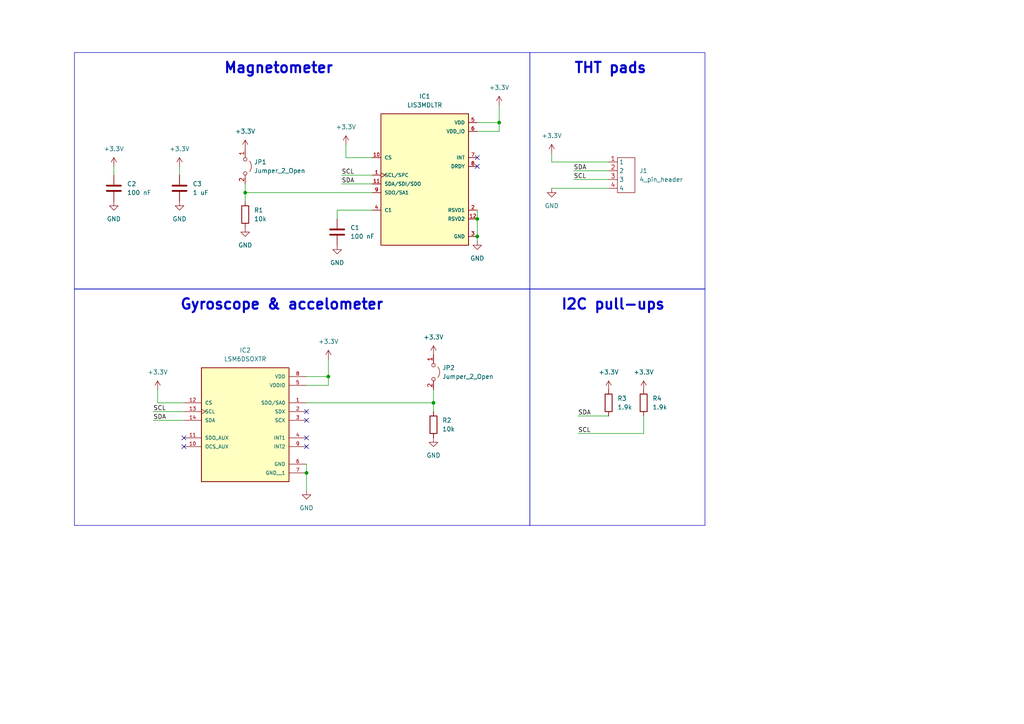
<source format=kicad_sch>
(kicad_sch (version 20230121) (generator eeschema)
  (paper "A4")
  (lib_symbols
    (symbol "Device:C" (pin_numbers hide) (pin_names (offset 0.254))
      (property "Reference" "C" (at 0.635 2.54 0))
      (property "Value" "C" (at 0.635 -2.54 0))
      (symbol "C_0_1"
        (polyline (pts (xy -2.032 -0.762) (xy 2.032 -0.762)) (stroke (width 0.508)))
        (polyline (pts (xy -2.032 0.762) (xy 2.032 0.762)) (stroke (width 0.508)))
      )
      (symbol "C_1_1"
        (pin passive line (at 0 3.81 270) (length 2.794) (name "~") (number "1"))
        (pin passive line (at 0 -3.81 90) (length 2.794) (name "~") (number "2"))
      )
    )
    (symbol "Device:R" (pin_numbers hide) (pin_names (offset 0))
      (property "Reference" "R" (at 2.032 0 90))
      (property "Value" "R" (at 0 0 90))
      (symbol "R_0_1"
        (rectangle (start -1.016 -2.54) (end 1.016 2.54) (stroke (width 0.254)))
      )
      (symbol "R_1_1"
        (pin passive line (at 0 3.81 270) (length 1.27) (name "~") (number "1"))
        (pin passive line (at 0 -3.81 90) (length 1.27) (name "~") (number "2"))
      )
    )
    (symbol "Jumper:Jumper_2_Open" (pin_names (offset 0) hide)
      (property "Reference" "JP" (at 0 2.794 0))
      (property "Value" "Jumper_2_Open" (at 0 -2.286 0))
      (symbol "Jumper_2_Open_0_0"
        (circle (center -2.032 0) (radius 0.508))
        (circle (center 2.032 0) (radius 0.508))
      )
      (symbol "Jumper_2_Open_0_1"
        (arc (start 1.524 1.27) (mid 0 1.778) (end -1.524 1.27))
      )
      (symbol "Jumper_2_Open_1_1"
        (pin passive line (at -5.08 0 0) (length 2.54) (name "A") (number "1"))
        (pin passive line (at 5.08 0 180) (length 2.54) (name "B") (number "2"))
      )
    )
    (symbol "MasterThesis_library:4_pin_header"
      (property "Reference" "J" (at 0 2.54 0))
      (property "Value" "4_pin_header" (at 8.89 1.27 0))
      (symbol "4_pin_header_0_1"
        (rectangle (start 2.54 0) (end 7.62 -10.16))
      )
      (symbol "4_pin_header_1_1"
        (pin bidirectional line (at 0 -1.27 0) (length 2.54) (name "1") (number "1"))
        (pin bidirectional line (at 0 -3.81 0) (length 2.54) (name "2") (number "2"))
        (pin bidirectional line (at 0 -6.35 0) (length 2.54) (name "3") (number "3"))
        (pin bidirectional line (at 0 -8.89 0) (length 2.54) (name "4") (number "4"))
      )
    )
    (symbol "MasterThesis_library:LIS3MDLTR" (pin_names (offset 1.016))
      (property "Reference" "IC" (at -12.7065 18.2947 0))
      (property "Value" "LIS3MDLTR" (at -12.7188 -22.8826 0))
      (symbol "LIS3MDLTR_0_0"
        (rectangle (start -12.7 -20.32) (end 12.7 17.78) (stroke (width 0.254)) (fill (type background)))
        (pin input clock (at -15.24 0 0) (length 2.54) (name "SCL/SPC") (number "1"))
        (pin input line (at -15.24 5.08 0) (length 2.54) (name "CS") (number "10"))
        (pin bidirectional line (at -15.24 -2.54 0) (length 2.54) (name "SDA/SDI/SDO") (number "11"))
        (pin passive line (at 15.24 -12.7 180) (length 2.54) (name "RSVD2") (number "12"))
        (pin passive line (at 15.24 -10.16 180) (length 2.54) (name "RSVD1") (number "2"))
        (pin power_in line (at 15.24 -17.78 180) (length 2.54) (name "GND") (number "3"))
        (pin passive line (at -15.24 -10.16 0) (length 2.54) (name "C1") (number "4"))
        (pin power_in line (at 15.24 15.24 180) (length 2.54) (name "VDD") (number "5"))
        (pin power_in line (at 15.24 12.7 180) (length 2.54) (name "VDD_IO") (number "6"))
        (pin output line (at 15.24 5.08 180) (length 2.54) (name "INT") (number "7"))
        (pin output line (at 15.24 2.54 180) (length 2.54) (name "DRDY") (number "8"))
        (pin bidirectional line (at -15.24 -5.08 0) (length 2.54) (name "SDO/SA1") (number "9"))
      )
    )
    (symbol "MasterThesis_library:LSM6DSOXTR" (pin_names (offset 1.016))
      (property "Reference" "IC" (at -12.7 16.002 0))
      (property "Value" "LSM6DSOXTR" (at -12.7 -20.32 0))
      (symbol "LSM6DSOXTR_0_0"
        (rectangle (start -12.7 -17.78) (end 12.7 15.24) (stroke (width 0.254)) (fill (type background)))
        (pin bidirectional line (at 17.78 5.08 180) (length 5.08) (name "SDO/SA0") (number "1"))
        (pin bidirectional line (at -17.78 -7.62 0) (length 5.08) (name "OCS_AUX") (number "10"))
        (pin bidirectional line (at -17.78 -5.08 0) (length 5.08) (name "SDO_AUX") (number "11"))
        (pin input line (at -17.78 5.08 0) (length 5.08) (name "CS") (number "12"))
        (pin input clock (at -17.78 2.54 0) (length 5.08) (name "SCL") (number "13"))
        (pin bidirectional line (at -17.78 0 0) (length 5.08) (name "SDA") (number "14"))
        (pin bidirectional line (at 17.78 2.54 180) (length 5.08) (name "SDX") (number "2"))
        (pin bidirectional line (at 17.78 0 180) (length 5.08) (name "SCX") (number "3"))
        (pin output line (at 17.78 -5.08 180) (length 5.08) (name "INT1") (number "4"))
        (pin power_in line (at 17.78 10.16 180) (length 5.08) (name "VDDIO") (number "5"))
        (pin power_in line (at 17.78 -12.7 180) (length 5.08) (name "GND") (number "6"))
        (pin power_in line (at 17.78 -15.24 180) (length 5.08) (name "GND__1") (number "7"))
        (pin power_in line (at 17.78 12.7 180) (length 5.08) (name "VDD") (number "8"))
        (pin output line (at 17.78 -7.62 180) (length 5.08) (name "INT2") (number "9"))
      )
    )
    (symbol "power:+3.3V" (power) (pin_names (offset 0))
      (property "Value" "+3.3V" (at 0 3.556 0))
      (symbol "+3.3V_0_1"
        (polyline (pts (xy -0.762 1.27) (xy 0 2.54)))
        (polyline (pts (xy 0 0) (xy 0 2.54)))
        (polyline (pts (xy 0 2.54) (xy 0.762 1.27)))
      )
      (symbol "+3.3V_1_1"
        (pin power_in line (at 0 0 90) (length 0) hide (name "+3.3V") (number "1"))
      )
    )
    (symbol "power:GND" (power) (pin_names (offset 0))
      (property "Value" "GND" (at 0 -3.81 0))
      (symbol "GND_0_1"
        (polyline (pts (xy 0 0) (xy 0 -1.27) (xy 1.27 -1.27) (xy 0 -2.54) (xy -1.27 -1.27) (xy 0 -1.27)))
      )
      (symbol "GND_1_1"
        (pin power_in line (at 0 0 270) (length 0) hide (name "GND") (number "1"))
      )
    )
  )
  (junction (at 95.25 109.22))
  (junction (at 138.43 68.58))
  (junction (at 71.12 55.88))
  (junction (at 88.9 137.16))
  (junction (at 125.73 116.84))
  (junction (at 138.43 63.5))
  (junction (at 144.78 35.56))
  (no_connect (at 88.9 119.38))
  (no_connect (at 88.9 129.54))
  (no_connect (at 138.43 48.26))
  (no_connect (at 88.9 121.92))
  (no_connect (at 53.34 127))
  (no_connect (at 138.43 45.72))
  (no_connect (at 88.9 127))
  (no_connect (at 53.34 129.54))
  (wire (pts (xy 186.69 125.73) (xy 186.69 120.65)))
  (wire (pts (xy 95.25 109.22) (xy 95.25 111.76)))
  (wire (pts (xy 95.25 109.22) (xy 88.9 109.22)))
  (wire (pts (xy 71.12 53.34) (xy 71.12 55.88)))
  (wire (pts (xy 144.78 35.56) (xy 138.43 35.56)))
  (wire (pts (xy 71.12 58.42) (xy 71.12 55.88)))
  (wire (pts (xy 33.02 50.8) (xy 33.02 48.26)))
  (wire (pts (xy 138.43 60.96) (xy 138.43 63.5)))
  (wire (pts (xy 144.78 35.56) (xy 144.78 38.1)))
  (wire (pts (xy 166.37 49.53) (xy 176.53 49.53)))
  (wire (pts (xy 176.53 46.99) (xy 160.02 46.99)))
  (wire (pts (xy 125.73 113.03) (xy 125.73 116.84)))
  (wire (pts (xy 71.12 55.88) (xy 107.95 55.88)))
  (wire (pts (xy 100.33 45.72) (xy 107.95 45.72)))
  (wire (pts (xy 125.73 116.84) (xy 88.9 116.84)))
  (wire (pts (xy 44.45 119.38) (xy 53.34 119.38)))
  (wire (pts (xy 100.33 41.91) (xy 100.33 45.72)))
  (wire (pts (xy 88.9 134.62) (xy 88.9 137.16)))
  (wire (pts (xy 167.64 125.73) (xy 186.69 125.73)))
  (wire (pts (xy 138.43 69.85) (xy 138.43 68.58)))
  (wire (pts (xy 166.37 52.07) (xy 176.53 52.07)))
  (wire (pts (xy 99.06 53.34) (xy 107.95 53.34)))
  (wire (pts (xy 167.64 120.65) (xy 176.53 120.65)))
  (wire (pts (xy 160.02 44.45) (xy 160.02 46.99)))
  (wire (pts (xy 52.07 50.8) (xy 52.07 48.26)))
  (wire (pts (xy 160.02 54.61) (xy 176.53 54.61)))
  (wire (pts (xy 88.9 137.16) (xy 88.9 142.24)))
  (wire (pts (xy 95.25 104.14) (xy 95.25 109.22)))
  (wire (pts (xy 45.72 113.03) (xy 45.72 116.84)))
  (wire (pts (xy 138.43 38.1) (xy 144.78 38.1)))
  (wire (pts (xy 125.73 119.38) (xy 125.73 116.84)))
  (wire (pts (xy 44.45 121.92) (xy 53.34 121.92)))
  (wire (pts (xy 144.78 30.48) (xy 144.78 35.56)))
  (wire (pts (xy 97.79 63.5) (xy 97.79 60.96)))
  (wire (pts (xy 138.43 63.5) (xy 138.43 68.58)))
  (wire (pts (xy 99.06 50.8) (xy 107.95 50.8)))
  (wire (pts (xy 97.79 60.96) (xy 107.95 60.96)))
  (wire (pts (xy 88.9 111.76) (xy 95.25 111.76)))
  (wire (pts (xy 45.72 116.84) (xy 53.34 116.84)))
  (rectangle (start 153.67 83.82) (end 204.47 152.4))
  (rectangle (start 21.59 83.82) (end 153.67 152.4))
  (rectangle (start 153.67 15.24) (end 204.47 83.82))
  (rectangle (start 21.59 15.24) (end 153.67 83.82))
  (text "THT pads" (at 166.37 21.59 0) (effects (font (size 3 3) (thickness 0.6) bold) (justify left bottom)))
  (text "I2C pull-ups" (at 162.56 90.17 0) (effects (font (size 3 3) (thickness 0.6) bold) (justify left bottom)))
  (text "Gyroscope & accelometer" (at 52.07 90.17 0) (effects (font (size 3 3) (thickness 0.6) bold) (justify left bottom)))
  (text "Magnetometer" (at 64.77 21.59 0) (effects (font (size 3 3) (thickness 0.6) bold) (justify left bottom)))
  (label "SDA" (at 167.64 120.65 0))
  (label "SDA" (at 166.37 49.53 0))
  (label "SCL" (at 167.64 125.73 0))
  (label "SDA" (at 99.06 53.34 0))
  (label "SCL" (at 44.45 119.38 0))
  (label "SDA" (at 44.45 121.92 0))
  (label "SCL" (at 99.06 50.8 0))
  (label "SCL" (at 166.37 52.07 0))
  (symbol (lib_id "power:+3.3V") (at 160.02 44.45 0) (unit 1)
    (property "Reference" "#PWR02" (effects hide))
    (property "Value" "+3.3V" (at 160.02 39.37 0))
  )
  (symbol (lib_id "power:GND") (at 97.79 71.12 0) (unit 1)
    (property "Reference" "#PWR011" (effects hide))
    (property "Value" "GND" (at 97.79 76.2 0))
  )
  (symbol (lib_id "power:+3.3V") (at 71.12 43.18 0) (unit 1)
    (property "Reference" "#PWR04" (effects hide))
    (property "Value" "+3.3V" (at 71.12 38.1 0))
  )
  (symbol (lib_id "power:GND") (at 138.43 69.85 0) (unit 1)
    (property "Reference" "#PWR06" (effects hide))
    (property "Value" "GND" (at 138.43 74.93 0))
  )
  (symbol (lib_id "Jumper:Jumper_2_Open") (at 125.73 107.95 270) (unit 1)
    (property "Reference" "JP2" (at 128.27 106.68 90) (effects (justify left)))
    (property "Value" "Jumper_2_Open" (at 128.27 109.22 90) (effects (justify left)))
    (property "Footprint" "Jumper:SolderJumper-2_P1.3mm_Open_Pad1.0x1.5mm" (effects hide))
  )
  (symbol (lib_id "power:+3.3V") (at 125.73 102.87 0) (unit 1)
    (property "Reference" "#PWR07" (effects hide))
    (property "Value" "+3.3V" (at 125.73 97.79 0))
  )
  (symbol (lib_id "power:GND") (at 71.12 66.04 0) (unit 1)
    (property "Reference" "#PWR05" (effects hide))
    (property "Value" "GND" (at 71.12 71.12 0))
  )
  (symbol (lib_id "Device:C") (at 97.79 67.31 0) (unit 1)
    (property "Reference" "C1" (at 101.6 66.04 0) (effects (justify left)))
    (property "Value" "100 nF" (at 101.6 68.58 0) (effects (justify left)))
    (property "Footprint" "Capacitor_SMD:C_0402_1005Metric_Pad0.74x0.62mm_HandSolder" (effects hide))
    (property "LCSC" "C60474" (effects hide))
  )
  (symbol (lib_id "power:+3.3V") (at 95.25 104.14 0) (unit 1)
    (property "Reference" "#PWR08" (effects hide))
    (property "Value" "+3.3V" (at 95.25 99.06 0))
  )
  (symbol (lib_id "MasterThesis_library:4_pin_header") (at 176.53 45.72 0) (unit 1)
    (property "Reference" "J1" (at 185.42 49.53 0) (effects (justify left)))
    (property "Value" "4_pin_header" (at 185.42 52.07 0) (effects (justify left)))
    (property "Footprint" "MasterThesis_library:4 pin header" (effects hide))
  )
  (symbol (lib_id "power:GND") (at 160.02 54.61 0) (unit 1)
    (property "Reference" "#PWR03" (effects hide))
    (property "Value" "GND" (at 160.02 59.69 0))
  )
  (symbol (lib_id "power:+3.3V") (at 144.78 30.48 0) (unit 1)
    (property "Reference" "#PWR01" (effects hide))
    (property "Value" "+3.3V" (at 144.78 25.4 0))
  )
  (symbol (lib_id "power:GND") (at 88.9 142.24 0) (unit 1)
    (property "Reference" "#PWR010" (effects hide))
    (property "Value" "GND" (at 88.9 147.32 0))
  )
  (symbol (lib_id "power:+3.3V") (at 52.07 48.26 0) (unit 1)
    (property "Reference" "#PWR016" (effects hide))
    (property "Value" "+3.3V" (at 52.07 43.18 0))
  )
  (symbol (lib_id "power:GND") (at 52.07 58.42 0) (unit 1)
    (property "Reference" "#PWR017" (effects hide))
    (property "Value" "GND" (at 52.07 63.5 0))
  )
  (symbol (lib_id "power:+3.3V") (at 176.53 113.03 0) (unit 1)
    (property "Reference" "#PWR018" (effects hide))
    (property "Value" "+3.3V" (at 176.53 107.95 0))
  )
  (symbol (lib_id "Device:C") (at 52.07 54.61 0) (unit 1)
    (property "Reference" "C3" (at 55.88 53.34 0) (effects (justify left)))
    (property "Value" "1 uF" (at 55.88 55.88 0) (effects (justify left)))
    (property "Footprint" "Capacitor_SMD:C_0402_1005Metric_Pad0.74x0.62mm_HandSolder" (effects hide))
    (property "LCSC" "C15684" (effects hide))
  )
  (symbol (lib_id "power:+3.3V") (at 33.02 48.26 0) (unit 1)
    (property "Reference" "#PWR015" (effects hide))
    (property "Value" "+3.3V" (at 33.02 43.18 0))
  )
  (symbol (lib_id "Jumper:Jumper_2_Open") (at 71.12 48.26 270) (unit 1)
    (property "Reference" "JP1" (at 73.66 46.99 90) (effects (justify left)))
    (property "Value" "Jumper_2_Open" (at 73.66 49.53 90) (effects (justify left)))
    (property "Footprint" "Jumper:SolderJumper-2_P1.3mm_Open_Pad1.0x1.5mm" (effects hide))
  )
  (symbol (lib_id "Device:R") (at 186.69 116.84 0) (unit 1)
    (property "Reference" "R4" (at 189.23 115.57 0) (effects (justify left)))
    (property "Value" "1.9k" (at 189.23 118.11 0) (effects (justify left)))
    (property "Footprint" "Resistor_SMD:R_0402_1005Metric_Pad0.72x0.64mm_HandSolder" (effects hide))
    (property "LCSC" "C60490" (effects hide))
  )
  (symbol (lib_id "Device:C") (at 33.02 54.61 0) (unit 1)
    (property "Reference" "C2" (at 36.83 53.34 0) (effects (justify left)))
    (property "Value" "100 nF" (at 36.83 55.88 0) (effects (justify left)))
    (property "Footprint" "Capacitor_SMD:C_0402_1005Metric_Pad0.74x0.62mm_HandSolder" (effects hide))
    (property "LCSC" "C60474" (effects hide))
  )
  (symbol (lib_id "Device:R") (at 71.12 62.23 0) (unit 1)
    (property "Reference" "R1" (at 73.66 60.96 0) (effects (justify left)))
    (property "Value" "10k" (at 73.66 63.5 0) (effects (justify left)))
    (property "Footprint" "Resistor_SMD:R_0402_1005Metric_Pad0.72x0.64mm_HandSolder" (effects hide))
    (property "LCSC" "C60490" (effects hide))
  )
  (symbol (lib_id "MasterThesis_library:LSM6DSOXTR") (at 71.12 121.92 0) (unit 1)
    (property "Reference" "IC2" (at 71.12 101.6 0))
    (property "Value" "LSM6DSOXTR" (at 71.12 104.14 0))
    (property "Footprint" "MasterThesis_library:LSM6DSOXTR" (effects hide))
    (property "PARTREV" "3.0" (effects hide))
    (property "MANUFACTURER" "ST Microelectronics" (effects hide))
    (property "STANDARD" "IPC7351B" (effects hide))
    (property "LCSC" "C481766" (effects hide))
  )
  (symbol (lib_id "Device:R") (at 176.53 116.84 0) (unit 1)
    (property "Reference" "R3" (at 179.07 115.57 0) (effects (justify left)))
    (property "Value" "1.9k" (at 179.07 118.11 0) (effects (justify left)))
    (property "Footprint" "Resistor_SMD:R_0402_1005Metric_Pad0.72x0.64mm_HandSolder" (effects hide))
    (property "LCSC" "C60490" (effects hide))
  )
  (symbol (lib_id "MasterThesis_library:LIS3MDLTR") (at 123.19 50.8 0) (unit 1)
    (property "Reference" "IC1" (at 123.19 27.94 0))
    (property "Value" "LIS3MDLTR" (at 123.19 30.48 0))
    (property "Footprint" "MasterThesis_library:LIS3MDLTR" (effects hide))
    (property "MF" "STMicroelectronics" (effects hide))
    (property "DESCRIPTION" "LIS3MDL Series 3 Axis ±2/±8/±12/±16 g 3.6V High Performance Magnetometer LGA-12" (effects hide))
    (property "PACKAGE" "VFLGA-12 STMicroelectronics" (effects hide))
    (property "PRICE" "None" (effects hide))
    (property "STANDARD" "Manufacturer Recommendation" (effects hide))
    (property "PARTREV" "6" (effects hide))
    (property "MP" "LIS3MDLTR" (effects hide))
    (property "AVAILABILITY" "Unavailable" (effects hide))
    (property "MAXIMUM_PACKAGE_HEIGHT" "1mm" (effects hide))
    (property "LCSC" "C478483" (effects hide))
  )
  (symbol (lib_id "power:+3.3V") (at 186.69 113.03 0) (unit 1)
    (property "Reference" "#PWR019" (effects hide))
    (property "Value" "+3.3V" (at 186.69 107.95 0))
  )
  (symbol (lib_id "power:+3.3V") (at 100.33 41.91 0) (unit 1)
    (property "Reference" "#PWR013" (effects hide))
    (property "Value" "+3.3V" (at 100.33 36.83 0))
  )
  (symbol (lib_id "power:+3.3V") (at 45.72 113.03 0) (unit 1)
    (property "Reference" "#PWR012" (effects hide))
    (property "Value" "+3.3V" (at 45.72 107.95 0))
  )
  (symbol (lib_id "power:GND") (at 33.02 58.42 0) (unit 1)
    (property "Reference" "#PWR014" (effects hide))
    (property "Value" "GND" (at 33.02 63.5 0))
  )
  (symbol (lib_id "Device:R") (at 125.73 123.19 0) (unit 1)
    (property "Reference" "R2" (at 128.27 121.92 0) (effects (justify left)))
    (property "Value" "10k" (at 128.27 124.46 0) (effects (justify left)))
    (property "Footprint" "Resistor_SMD:R_0402_1005Metric_Pad0.72x0.64mm_HandSolder" (effects hide))
    (property "LCSC" "C60490" (effects hide))
  )
  (symbol (lib_id "power:GND") (at 125.73 127 0) (unit 1)
    (property "Reference" "#PWR09" (effects hide))
    (property "Value" "GND" (at 125.73 132.08 0))
  )
)
</source>
